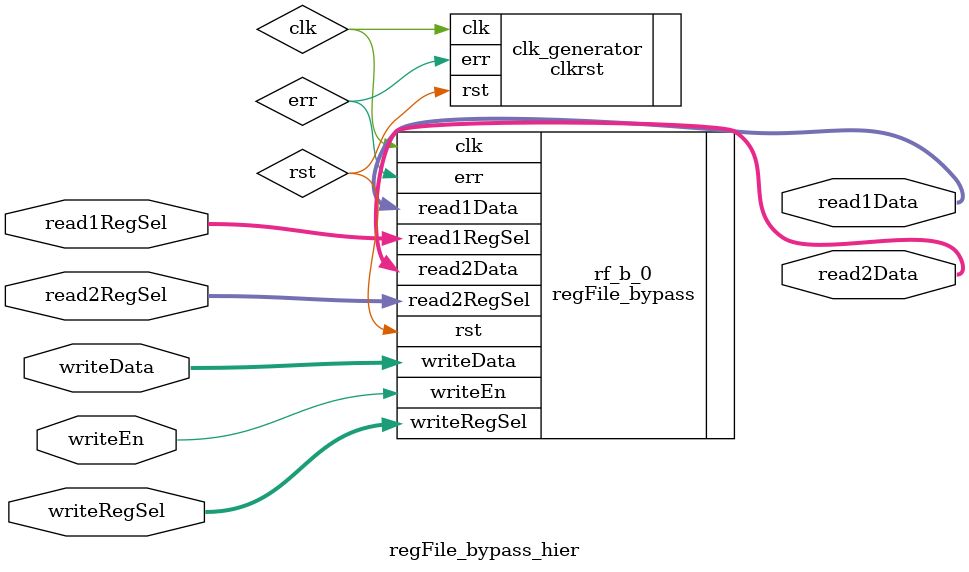
<source format=v>
/*
 CS/ECE 552, Spring '20
 Homework #3, Problem #2
 
 Wrapper module around 8x16b register file with bypassing.

 YOU SHALL NOT EDIT THIS FILE. ANY CHANGES TO THIS FILE WILL
 RESULT IN ZERO FOR THIS PROBLEM.
 */
module regFile_bypass_hier (
                            // Outputs
                            read1Data, read2Data, 
                            // Inputs
                            read1RegSel, read2RegSel, writeRegSel, writeData, writeEn
                            );

   input [2:0]  read1RegSel;
   input [2:0]  read2RegSel;
   input [2:0]  writeRegSel;
   input [15:0] writeData;
   input        writeEn;

   output [15:0] read1Data;
   output [15:0] read2Data;

   wire          clk, rst;
   wire          err;

   // Ignore err for now
   clkrst clk_generator(.clk(clk), .rst(rst), .err(err) );
   regFile_bypass rf_b_0(
                         // Outputs
                         .read1Data                    (read1Data[15:0]),
                         .read2Data                    (read2Data[15:0]),
                         .err                          (err),
                         // Inputs
                         .clk                          (clk),
                         .rst                          (rst),
                         .read1RegSel                  (read1RegSel[2:0]),
                         .read2RegSel                  (read2RegSel[2:0]),
                         .writeRegSel                  (writeRegSel[2:0]),
                         .writeData                    (writeData[15:0]),
                         .writeEn                      (writeEn));

endmodule

</source>
